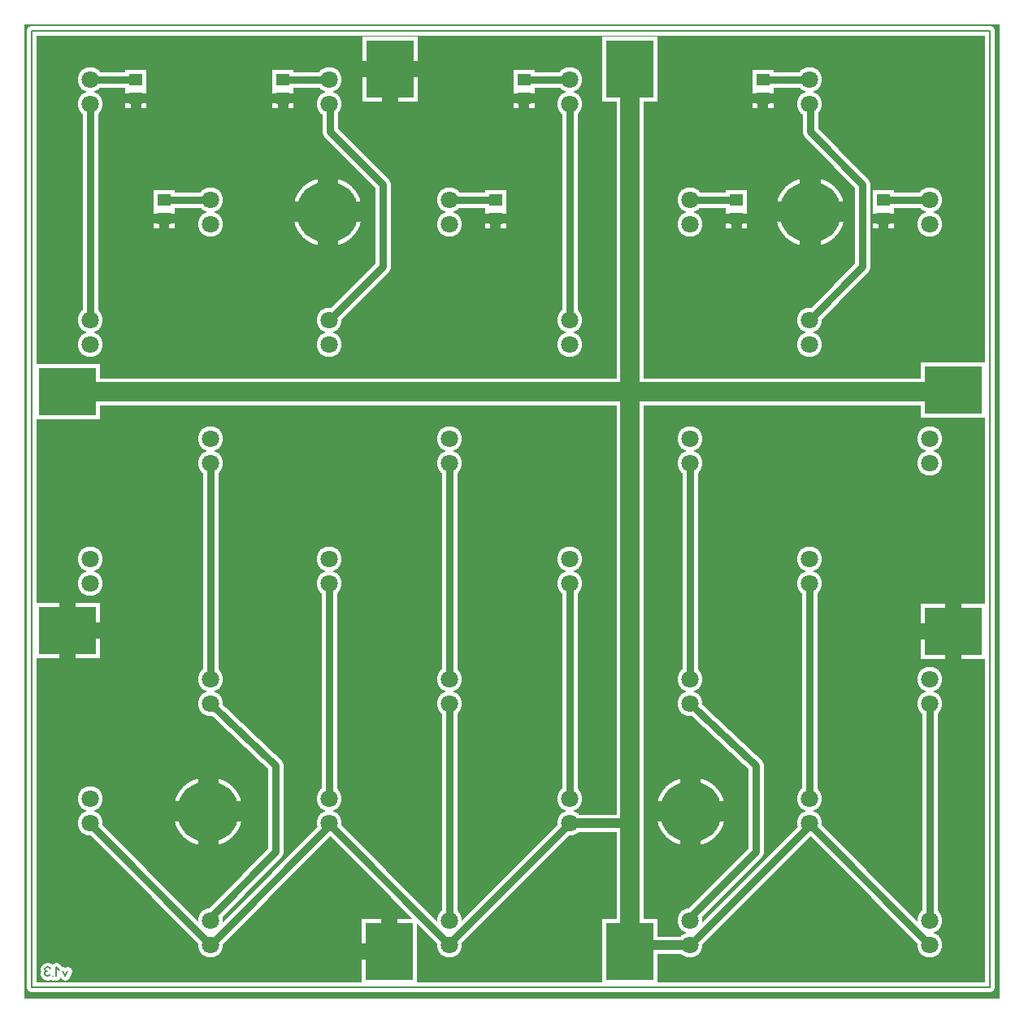
<source format=gbr>
%FSLAX34Y34*%
%MOMM*%
%LNCOPPER_BOTTOM*%
G71*
G01*
%ADD10R,2.200X2.100*%
%ADD11C,2.600*%
%ADD12R,6.800X5.800*%
%ADD13R,5.800X6.800*%
%ADD14C,1.600*%
%ADD15C,1.800*%
%ADD16C,2.800*%
%ADD17C,1.400*%
%ADD18C,1.000*%
%ADD19C,0.959*%
%ADD20C,7.200*%
%ADD21C,1.088*%
%ADD22C,1.700*%
%ADD23C,0.600*%
%ADD24C,2.133*%
%ADD25C,0.200*%
%ADD26R,1.400X1.300*%
%ADD27C,1.800*%
%ADD28R,6.000X5.000*%
%ADD29R,5.000X6.000*%
%ADD30C,0.800*%
%ADD31C,2.000*%
%ADD32C,0.600*%
%ADD33C,0.159*%
%ADD34C,6.400*%
%LPD*%
G36*
X-7541Y1003175D02*
X1008459Y1003175D01*
X1008459Y-11825D01*
X-7541Y-11825D01*
X-7541Y1003175D01*
G37*
%LPC*%
X261937Y926357D02*
G54D10*
D03*
X261937Y946151D02*
G54D10*
D03*
X435372Y571500D02*
G54D11*
D03*
X435372Y546100D02*
G54D11*
D03*
X686196Y571500D02*
G54D11*
D03*
X686196Y546100D02*
G54D11*
D03*
X935434Y571500D02*
G54D11*
D03*
X935434Y546100D02*
G54D11*
D03*
X186134Y571500D02*
G54D11*
D03*
X186134Y546100D02*
G54D11*
D03*
X435372Y320675D02*
G54D11*
D03*
X435372Y295275D02*
G54D11*
D03*
X686196Y320675D02*
G54D11*
D03*
X686196Y295275D02*
G54D11*
D03*
X935434Y320675D02*
G54D11*
D03*
X935434Y295275D02*
G54D11*
D03*
X186134Y320675D02*
G54D11*
D03*
X186134Y295275D02*
G54D11*
D03*
X435372Y69850D02*
G54D11*
D03*
X435372Y44450D02*
G54D11*
D03*
X686196Y69850D02*
G54D11*
D03*
X686196Y44450D02*
G54D11*
D03*
X935434Y69850D02*
G54D11*
D03*
X935434Y44450D02*
G54D11*
D03*
X186134Y69850D02*
G54D11*
D03*
X186134Y44450D02*
G54D11*
D03*
X309959Y196850D02*
G54D11*
D03*
X309959Y171450D02*
G54D11*
D03*
X560784Y196850D02*
G54D11*
D03*
X560784Y171450D02*
G54D11*
D03*
X810022Y196850D02*
G54D11*
D03*
X810022Y171450D02*
G54D11*
D03*
X60722Y196850D02*
G54D11*
D03*
X60722Y171450D02*
G54D11*
D03*
X309959Y446088D02*
G54D11*
D03*
X309959Y420688D02*
G54D11*
D03*
X560784Y446088D02*
G54D11*
D03*
X560784Y420688D02*
G54D11*
D03*
X810022Y446088D02*
G54D11*
D03*
X810022Y420688D02*
G54D11*
D03*
X60722Y446088D02*
G54D11*
D03*
X60722Y420688D02*
G54D11*
D03*
X309959Y695325D02*
G54D11*
D03*
X309959Y669925D02*
G54D11*
D03*
X560784Y695325D02*
G54D11*
D03*
X560784Y669925D02*
G54D11*
D03*
X810022Y695325D02*
G54D11*
D03*
X810022Y669925D02*
G54D11*
D03*
X60722Y695325D02*
G54D11*
D03*
X60722Y669925D02*
G54D11*
D03*
X435372Y820738D02*
G54D11*
D03*
X435372Y795338D02*
G54D11*
D03*
X686196Y820738D02*
G54D11*
D03*
X686196Y795338D02*
G54D11*
D03*
X935434Y820738D02*
G54D11*
D03*
X935434Y795338D02*
G54D11*
D03*
X186134Y820738D02*
G54D11*
D03*
X186134Y795338D02*
G54D11*
D03*
X309959Y946150D02*
G54D11*
D03*
X309959Y920750D02*
G54D11*
D03*
X560784Y946150D02*
G54D11*
D03*
X560784Y920750D02*
G54D11*
D03*
X810022Y946150D02*
G54D11*
D03*
X810022Y920750D02*
G54D11*
D03*
X60722Y946150D02*
G54D11*
D03*
X60722Y920750D02*
G54D11*
D03*
X37703Y620712D02*
G54D12*
D03*
X623490Y956469D02*
G54D13*
D03*
X960040Y622300D02*
G54D12*
D03*
X372666Y37306D02*
G54D13*
D03*
X623490Y37306D02*
G54D13*
D03*
X960040Y370681D02*
G54D12*
D03*
X37702Y371474D02*
G54D12*
D03*
X373458Y956467D02*
G54D13*
D03*
G54D14*
X309959Y946150D02*
X261937Y946151D01*
G54D15*
X686196Y44450D02*
X630634Y44450D01*
X623490Y37306D01*
G54D16*
X623490Y956469D02*
X623490Y37306D01*
G54D16*
X37703Y620712D02*
X958453Y620712D01*
X960040Y622300D01*
G54D14*
X60722Y920750D02*
X60722Y695325D01*
G54D14*
X560784Y920750D02*
X560784Y695325D01*
G54D14*
X810022Y420688D02*
X810022Y195262D01*
G54D14*
X935434Y295275D02*
X935434Y69850D01*
G54D14*
X686196Y546100D02*
X686196Y320675D01*
G54D14*
X435372Y546100D02*
X435372Y320675D01*
G54D14*
X435372Y295275D02*
X435372Y69850D01*
G54D14*
X309959Y420688D02*
X309959Y195262D01*
G54D14*
X186134Y546100D02*
X186134Y320675D01*
G54D14*
X560784Y420688D02*
X560784Y195262D01*
G54D14*
X309959Y695325D02*
X365522Y750888D01*
X365522Y836612D01*
X310753Y891381D01*
X310753Y919956D01*
X309959Y920750D01*
G54D14*
X810022Y695325D02*
X865584Y750888D01*
X865584Y836612D01*
X810815Y891381D01*
X810815Y919956D01*
X810022Y920750D01*
G54D14*
X186134Y69850D02*
X186134Y73025D01*
X254396Y141288D01*
X254396Y230981D01*
X186134Y295275D01*
G54D14*
X686196Y69850D02*
X686196Y73025D01*
X754459Y141288D01*
X754459Y230981D01*
X686196Y295275D01*
G54D14*
X309959Y171450D02*
X309959Y169862D01*
X435372Y44450D01*
X435372Y46038D01*
X560784Y171450D01*
G54D14*
X810022Y171450D02*
X810022Y169862D01*
X935434Y44450D01*
G54D14*
X810022Y171450D02*
X810022Y168275D01*
X686196Y44450D01*
G54D15*
X560784Y171450D02*
X621903Y171450D01*
X622696Y170656D01*
G54D14*
X309959Y171450D02*
X309959Y168275D01*
X186134Y44450D01*
G54D14*
X60722Y171450D02*
X60722Y169862D01*
X186134Y44450D01*
X362346Y946942D02*
G54D17*
D03*
X362346Y969167D02*
G54D17*
D03*
G54D18*
X0Y996156D02*
X998140Y996156D01*
X998140Y0D01*
X0Y0D01*
X0Y996156D01*
G54D19*
X37277Y17257D02*
X34610Y12257D01*
X31943Y17257D01*
G54D19*
X28833Y17813D02*
X25499Y21146D01*
X25499Y12257D01*
G54D19*
X22389Y12257D02*
X22389Y12257D01*
G54D19*
X19278Y19480D02*
X18611Y20591D01*
X17278Y21146D01*
X15944Y21146D01*
X14611Y20591D01*
X13944Y19480D01*
X13944Y18368D01*
X14611Y17257D01*
X15944Y16702D01*
X14611Y16146D01*
X13944Y15035D01*
X13944Y13924D01*
X14611Y12813D01*
X15944Y12257D01*
X17278Y12257D01*
X18611Y12813D01*
X19278Y13924D01*
X811117Y808133D02*
G54D20*
D03*
X835117Y808133D02*
G54D17*
D03*
X828088Y791162D02*
G54D17*
D03*
X811117Y784133D02*
G54D17*
D03*
X794146Y791162D02*
G54D17*
D03*
X787117Y808133D02*
G54D17*
D03*
X794146Y825104D02*
G54D17*
D03*
X811117Y832133D02*
G54D17*
D03*
X828088Y825104D02*
G54D17*
D03*
X308558Y808038D02*
G54D20*
D03*
X332558Y808038D02*
G54D17*
D03*
X325529Y791068D02*
G54D17*
D03*
X308558Y784038D02*
G54D17*
D03*
X291588Y791068D02*
G54D17*
D03*
X284558Y808038D02*
G54D17*
D03*
X291588Y825009D02*
G54D17*
D03*
X308558Y832038D02*
G54D17*
D03*
X325529Y825009D02*
G54D17*
D03*
X686612Y183149D02*
G54D20*
D03*
X710612Y183149D02*
G54D17*
D03*
X703583Y166179D02*
G54D17*
D03*
X686612Y159149D02*
G54D17*
D03*
X669642Y166179D02*
G54D17*
D03*
X662612Y183149D02*
G54D17*
D03*
X669642Y200120D02*
G54D17*
D03*
X686612Y207150D02*
G54D17*
D03*
X703583Y200120D02*
G54D17*
D03*
X184054Y183054D02*
G54D20*
D03*
X208054Y183054D02*
G54D17*
D03*
X201025Y166084D02*
G54D17*
D03*
X184054Y159054D02*
G54D17*
D03*
X167084Y166084D02*
G54D17*
D03*
X160054Y183054D02*
G54D17*
D03*
X167084Y200025D02*
G54D17*
D03*
X184054Y207054D02*
G54D17*
D03*
X201025Y200025D02*
G54D17*
D03*
X383380Y946942D02*
G54D17*
D03*
X383380Y969167D02*
G54D17*
D03*
X23415Y380602D02*
G54D17*
D03*
X45640Y380602D02*
G54D17*
D03*
X23415Y359568D02*
G54D17*
D03*
X45640Y359568D02*
G54D17*
D03*
X364331Y22225D02*
G54D17*
D03*
X364331Y44450D02*
G54D17*
D03*
X385366Y22225D02*
G54D17*
D03*
X385366Y44450D02*
G54D17*
D03*
X951309Y379015D02*
G54D17*
D03*
X973534Y379015D02*
G54D17*
D03*
X951309Y357981D02*
G54D17*
D03*
X973534Y357981D02*
G54D17*
D03*
X512762Y926357D02*
G54D10*
D03*
X512762Y946151D02*
G54D10*
D03*
G54D14*
X560784Y946150D02*
X512762Y946151D01*
X762000Y926357D02*
G54D10*
D03*
X762000Y946151D02*
G54D10*
D03*
G54D14*
X810022Y946150D02*
X762000Y946151D01*
X887412Y800944D02*
G54D10*
D03*
X887412Y820738D02*
G54D10*
D03*
G54D14*
X935434Y820738D02*
X887412Y820738D01*
X138112Y800944D02*
G54D10*
D03*
X138112Y820738D02*
G54D10*
D03*
G54D14*
X186134Y820738D02*
X138112Y820738D01*
X108743Y926357D02*
G54D10*
D03*
X108743Y946151D02*
G54D10*
D03*
G54D14*
X60722Y946150D02*
X108743Y946151D01*
X483393Y800945D02*
G54D10*
D03*
X483393Y820738D02*
G54D10*
D03*
G54D14*
X435372Y820738D02*
X483393Y820738D01*
X734218Y800945D02*
G54D10*
D03*
X734218Y820738D02*
G54D10*
D03*
G54D14*
X686196Y820738D02*
X734218Y820738D01*
%LPD*%
G54D21*
G36*
X261937Y920918D02*
X250437Y920918D01*
X250437Y931796D01*
X261937Y931796D01*
X261937Y920918D01*
G37*
G36*
X261937Y931796D02*
X273437Y931796D01*
X273437Y920918D01*
X261937Y920918D01*
X261937Y931796D01*
G37*
G36*
X267376Y926357D02*
X267376Y915357D01*
X256499Y915357D01*
X256499Y926357D01*
X267376Y926357D01*
G37*
G54D22*
G36*
X364166Y37306D02*
X364166Y71806D01*
X381166Y71806D01*
X381166Y37306D01*
X364166Y37306D01*
G37*
G36*
X372666Y28806D02*
X343166Y28806D01*
X343166Y45806D01*
X372666Y45806D01*
X372666Y28806D01*
G37*
G54D22*
G36*
X960040Y362181D02*
X925540Y362181D01*
X925540Y379181D01*
X960040Y379181D01*
X960040Y362181D01*
G37*
G36*
X951540Y370681D02*
X951540Y400181D01*
X968540Y400181D01*
X968540Y370681D01*
X951540Y370681D01*
G37*
G36*
X968540Y370681D02*
X968540Y341181D01*
X951540Y341181D01*
X951540Y370681D01*
X968540Y370681D01*
G37*
G54D22*
G36*
X37702Y379974D02*
X72202Y379974D01*
X72202Y362974D01*
X37702Y362974D01*
X37702Y379974D01*
G37*
G36*
X46202Y371474D02*
X46202Y341974D01*
X29202Y341974D01*
X29202Y371474D01*
X46202Y371474D01*
G37*
G36*
X29202Y371474D02*
X29202Y400974D01*
X46202Y400974D01*
X46202Y371474D01*
X29202Y371474D01*
G37*
G54D22*
G36*
X381958Y956467D02*
X381958Y921967D01*
X364958Y921967D01*
X364958Y956467D01*
X381958Y956467D01*
G37*
G36*
X373458Y947967D02*
X343958Y947967D01*
X343958Y964967D01*
X373458Y964967D01*
X373458Y947967D01*
G37*
G36*
X373458Y964967D02*
X402958Y964967D01*
X402958Y947967D01*
X373458Y947967D01*
X373458Y964967D01*
G37*
G54D23*
G36*
X359346Y946942D02*
X359346Y954442D01*
X365346Y954442D01*
X365346Y946942D01*
X359346Y946942D01*
G37*
G36*
X362346Y949942D02*
X369846Y949942D01*
X369846Y943942D01*
X362346Y943942D01*
X362346Y949942D01*
G37*
G36*
X365346Y946942D02*
X365346Y939442D01*
X359346Y939442D01*
X359346Y946942D01*
X365346Y946942D01*
G37*
G36*
X362346Y943942D02*
X354846Y943942D01*
X354846Y949942D01*
X362346Y949942D01*
X362346Y943942D01*
G37*
G54D23*
G36*
X359346Y969167D02*
X359346Y976667D01*
X365346Y976667D01*
X365346Y969167D01*
X359346Y969167D01*
G37*
G36*
X362346Y972167D02*
X369846Y972167D01*
X369846Y966167D01*
X362346Y966167D01*
X362346Y972167D01*
G37*
G36*
X365346Y969167D02*
X365346Y961667D01*
X359346Y961667D01*
X359346Y969167D01*
X365346Y969167D01*
G37*
G36*
X362346Y966167D02*
X354846Y966167D01*
X354846Y972167D01*
X362346Y972167D01*
X362346Y966167D01*
G37*
G54D24*
G36*
X800450Y808133D02*
X800450Y844633D01*
X821784Y844633D01*
X821784Y808133D01*
X800450Y808133D01*
G37*
G36*
X811117Y818800D02*
X847617Y818800D01*
X847617Y797466D01*
X811117Y797466D01*
X811117Y818800D01*
G37*
G36*
X821784Y808133D02*
X821784Y771633D01*
X800450Y771633D01*
X800450Y808133D01*
X821784Y808133D01*
G37*
G36*
X811117Y797466D02*
X774617Y797466D01*
X774617Y818800D01*
X811117Y818800D01*
X811117Y797466D01*
G37*
G54D25*
G36*
X834117Y808133D02*
X834117Y815633D01*
X836117Y815633D01*
X836117Y808133D01*
X834117Y808133D01*
G37*
G36*
X835117Y809133D02*
X842617Y809133D01*
X842617Y807133D01*
X835117Y807133D01*
X835117Y809133D01*
G37*
G36*
X836117Y808133D02*
X836117Y800633D01*
X834117Y800633D01*
X834117Y808133D01*
X836117Y808133D01*
G37*
G36*
X835117Y807133D02*
X827617Y807133D01*
X827617Y809133D01*
X835117Y809133D01*
X835117Y807133D01*
G37*
G54D25*
G36*
X827088Y791162D02*
X827088Y798662D01*
X829088Y798662D01*
X829088Y791162D01*
X827088Y791162D01*
G37*
G36*
X828088Y792162D02*
X835588Y792162D01*
X835588Y790162D01*
X828088Y790162D01*
X828088Y792162D01*
G37*
G36*
X829088Y791162D02*
X829088Y783662D01*
X827088Y783662D01*
X827088Y791162D01*
X829088Y791162D01*
G37*
G36*
X828088Y790162D02*
X820588Y790162D01*
X820588Y792162D01*
X828088Y792162D01*
X828088Y790162D01*
G37*
G54D25*
G36*
X810117Y784133D02*
X810117Y791633D01*
X812117Y791633D01*
X812117Y784133D01*
X810117Y784133D01*
G37*
G36*
X811117Y785133D02*
X818617Y785133D01*
X818617Y783133D01*
X811117Y783133D01*
X811117Y785133D01*
G37*
G36*
X812117Y784133D02*
X812117Y776633D01*
X810117Y776633D01*
X810117Y784133D01*
X812117Y784133D01*
G37*
G36*
X811117Y783133D02*
X803617Y783133D01*
X803617Y785133D01*
X811117Y785133D01*
X811117Y783133D01*
G37*
G54D25*
G36*
X793146Y791162D02*
X793146Y798662D01*
X795146Y798662D01*
X795146Y791162D01*
X793146Y791162D01*
G37*
G36*
X794146Y792162D02*
X801646Y792162D01*
X801646Y790162D01*
X794146Y790162D01*
X794146Y792162D01*
G37*
G36*
X795146Y791162D02*
X795146Y783662D01*
X793146Y783662D01*
X793146Y791162D01*
X795146Y791162D01*
G37*
G36*
X794146Y790162D02*
X786646Y790162D01*
X786646Y792162D01*
X794146Y792162D01*
X794146Y790162D01*
G37*
G54D25*
G36*
X786117Y808133D02*
X786117Y815633D01*
X788117Y815633D01*
X788117Y808133D01*
X786117Y808133D01*
G37*
G36*
X787117Y809133D02*
X794617Y809133D01*
X794617Y807133D01*
X787117Y807133D01*
X787117Y809133D01*
G37*
G36*
X788117Y808133D02*
X788117Y800633D01*
X786117Y800633D01*
X786117Y808133D01*
X788117Y808133D01*
G37*
G36*
X787117Y807133D02*
X779617Y807133D01*
X779617Y809133D01*
X787117Y809133D01*
X787117Y807133D01*
G37*
G54D25*
G36*
X793146Y825104D02*
X793146Y832604D01*
X795146Y832604D01*
X795146Y825104D01*
X793146Y825104D01*
G37*
G36*
X794146Y826104D02*
X801646Y826104D01*
X801646Y824104D01*
X794146Y824104D01*
X794146Y826104D01*
G37*
G36*
X795146Y825104D02*
X795146Y817604D01*
X793146Y817604D01*
X793146Y825104D01*
X795146Y825104D01*
G37*
G36*
X794146Y824104D02*
X786646Y824104D01*
X786646Y826104D01*
X794146Y826104D01*
X794146Y824104D01*
G37*
G54D25*
G36*
X810117Y832133D02*
X810117Y839633D01*
X812117Y839633D01*
X812117Y832133D01*
X810117Y832133D01*
G37*
G36*
X811117Y833133D02*
X818617Y833133D01*
X818617Y831133D01*
X811117Y831133D01*
X811117Y833133D01*
G37*
G36*
X812117Y832133D02*
X812117Y824633D01*
X810117Y824633D01*
X810117Y832133D01*
X812117Y832133D01*
G37*
G36*
X811117Y831133D02*
X803617Y831133D01*
X803617Y833133D01*
X811117Y833133D01*
X811117Y831133D01*
G37*
G54D25*
G36*
X827088Y825104D02*
X827088Y832604D01*
X829088Y832604D01*
X829088Y825104D01*
X827088Y825104D01*
G37*
G36*
X828088Y826104D02*
X835588Y826104D01*
X835588Y824104D01*
X828088Y824104D01*
X828088Y826104D01*
G37*
G36*
X829088Y825104D02*
X829088Y817604D01*
X827088Y817604D01*
X827088Y825104D01*
X829088Y825104D01*
G37*
G36*
X828088Y824104D02*
X820588Y824104D01*
X820588Y826104D01*
X828088Y826104D01*
X828088Y824104D01*
G37*
G54D24*
G36*
X297892Y808038D02*
X297892Y844538D01*
X319225Y844538D01*
X319225Y808038D01*
X297892Y808038D01*
G37*
G36*
X308558Y818705D02*
X345058Y818705D01*
X345058Y797371D01*
X308558Y797371D01*
X308558Y818705D01*
G37*
G36*
X319225Y808038D02*
X319225Y771538D01*
X297892Y771538D01*
X297892Y808038D01*
X319225Y808038D01*
G37*
G36*
X308558Y797371D02*
X272058Y797371D01*
X272058Y818705D01*
X308558Y818705D01*
X308558Y797371D01*
G37*
G54D25*
G36*
X331558Y808038D02*
X331558Y815538D01*
X333558Y815538D01*
X333558Y808038D01*
X331558Y808038D01*
G37*
G36*
X332558Y809038D02*
X340058Y809038D01*
X340058Y807038D01*
X332558Y807038D01*
X332558Y809038D01*
G37*
G36*
X333558Y808038D02*
X333558Y800538D01*
X331558Y800538D01*
X331558Y808038D01*
X333558Y808038D01*
G37*
G36*
X332558Y807038D02*
X325058Y807038D01*
X325058Y809038D01*
X332558Y809038D01*
X332558Y807038D01*
G37*
G54D25*
G36*
X324529Y791068D02*
X324529Y798568D01*
X326529Y798568D01*
X326529Y791068D01*
X324529Y791068D01*
G37*
G36*
X325529Y792068D02*
X333029Y792068D01*
X333029Y790068D01*
X325529Y790068D01*
X325529Y792068D01*
G37*
G36*
X326529Y791068D02*
X326529Y783568D01*
X324529Y783568D01*
X324529Y791068D01*
X326529Y791068D01*
G37*
G36*
X325529Y790068D02*
X318029Y790068D01*
X318029Y792068D01*
X325529Y792068D01*
X325529Y790068D01*
G37*
G54D25*
G36*
X307558Y784038D02*
X307558Y791538D01*
X309558Y791538D01*
X309558Y784038D01*
X307558Y784038D01*
G37*
G36*
X308558Y785038D02*
X316058Y785038D01*
X316058Y783038D01*
X308558Y783038D01*
X308558Y785038D01*
G37*
G36*
X309558Y784038D02*
X309558Y776538D01*
X307558Y776538D01*
X307558Y784038D01*
X309558Y784038D01*
G37*
G36*
X308558Y783038D02*
X301058Y783038D01*
X301058Y785038D01*
X308558Y785038D01*
X308558Y783038D01*
G37*
G54D25*
G36*
X290588Y791068D02*
X290588Y798568D01*
X292588Y798568D01*
X292588Y791068D01*
X290588Y791068D01*
G37*
G36*
X291588Y792068D02*
X299088Y792068D01*
X299088Y790068D01*
X291588Y790068D01*
X291588Y792068D01*
G37*
G36*
X292588Y791068D02*
X292588Y783568D01*
X290588Y783568D01*
X290588Y791068D01*
X292588Y791068D01*
G37*
G36*
X291588Y790068D02*
X284088Y790068D01*
X284088Y792068D01*
X291588Y792068D01*
X291588Y790068D01*
G37*
G54D25*
G36*
X283558Y808038D02*
X283558Y815538D01*
X285558Y815538D01*
X285558Y808038D01*
X283558Y808038D01*
G37*
G36*
X284558Y809038D02*
X292058Y809038D01*
X292058Y807038D01*
X284558Y807038D01*
X284558Y809038D01*
G37*
G36*
X285558Y808038D02*
X285558Y800538D01*
X283558Y800538D01*
X283558Y808038D01*
X285558Y808038D01*
G37*
G36*
X284558Y807038D02*
X277058Y807038D01*
X277058Y809038D01*
X284558Y809038D01*
X284558Y807038D01*
G37*
G54D25*
G36*
X290588Y825009D02*
X290588Y832509D01*
X292588Y832509D01*
X292588Y825009D01*
X290588Y825009D01*
G37*
G36*
X291588Y826009D02*
X299088Y826009D01*
X299088Y824009D01*
X291588Y824009D01*
X291588Y826009D01*
G37*
G36*
X292588Y825009D02*
X292588Y817509D01*
X290588Y817509D01*
X290588Y825009D01*
X292588Y825009D01*
G37*
G36*
X291588Y824009D02*
X284088Y824009D01*
X284088Y826009D01*
X291588Y826009D01*
X291588Y824009D01*
G37*
G54D25*
G36*
X307558Y832038D02*
X307558Y839538D01*
X309558Y839538D01*
X309558Y832038D01*
X307558Y832038D01*
G37*
G36*
X308558Y833038D02*
X316058Y833038D01*
X316058Y831038D01*
X308558Y831038D01*
X308558Y833038D01*
G37*
G36*
X309558Y832038D02*
X309558Y824538D01*
X307558Y824538D01*
X307558Y832038D01*
X309558Y832038D01*
G37*
G36*
X308558Y831038D02*
X301058Y831038D01*
X301058Y833038D01*
X308558Y833038D01*
X308558Y831038D01*
G37*
G54D25*
G36*
X324529Y825009D02*
X324529Y832509D01*
X326529Y832509D01*
X326529Y825009D01*
X324529Y825009D01*
G37*
G36*
X325529Y826009D02*
X333029Y826009D01*
X333029Y824009D01*
X325529Y824009D01*
X325529Y826009D01*
G37*
G36*
X326529Y825009D02*
X326529Y817509D01*
X324529Y817509D01*
X324529Y825009D01*
X326529Y825009D01*
G37*
G36*
X325529Y824009D02*
X318029Y824009D01*
X318029Y826009D01*
X325529Y826009D01*
X325529Y824009D01*
G37*
G54D24*
G36*
X675946Y183149D02*
X675946Y219649D01*
X697279Y219649D01*
X697279Y183149D01*
X675946Y183149D01*
G37*
G36*
X686612Y193816D02*
X723112Y193816D01*
X723112Y172483D01*
X686612Y172483D01*
X686612Y193816D01*
G37*
G36*
X697279Y183149D02*
X697279Y146649D01*
X675946Y146649D01*
X675946Y183149D01*
X697279Y183149D01*
G37*
G36*
X686612Y172483D02*
X650112Y172483D01*
X650112Y193816D01*
X686612Y193816D01*
X686612Y172483D01*
G37*
G54D25*
G36*
X709612Y183149D02*
X709612Y190649D01*
X711612Y190649D01*
X711612Y183149D01*
X709612Y183149D01*
G37*
G36*
X710612Y184149D02*
X718112Y184149D01*
X718112Y182149D01*
X710612Y182149D01*
X710612Y184149D01*
G37*
G36*
X711612Y183149D02*
X711612Y175649D01*
X709612Y175649D01*
X709612Y183149D01*
X711612Y183149D01*
G37*
G36*
X710612Y182149D02*
X703112Y182149D01*
X703112Y184149D01*
X710612Y184149D01*
X710612Y182149D01*
G37*
G54D25*
G36*
X702583Y166179D02*
X702583Y173679D01*
X704583Y173679D01*
X704583Y166179D01*
X702583Y166179D01*
G37*
G36*
X703583Y167179D02*
X711083Y167179D01*
X711083Y165179D01*
X703583Y165179D01*
X703583Y167179D01*
G37*
G36*
X704583Y166179D02*
X704583Y158679D01*
X702583Y158679D01*
X702583Y166179D01*
X704583Y166179D01*
G37*
G36*
X703583Y165179D02*
X696083Y165179D01*
X696083Y167179D01*
X703583Y167179D01*
X703583Y165179D01*
G37*
G54D25*
G36*
X685612Y159149D02*
X685612Y166649D01*
X687612Y166649D01*
X687612Y159149D01*
X685612Y159149D01*
G37*
G36*
X686612Y160149D02*
X694112Y160149D01*
X694112Y158149D01*
X686612Y158149D01*
X686612Y160149D01*
G37*
G36*
X687612Y159149D02*
X687612Y151649D01*
X685612Y151649D01*
X685612Y159149D01*
X687612Y159149D01*
G37*
G36*
X686612Y158149D02*
X679112Y158149D01*
X679112Y160149D01*
X686612Y160149D01*
X686612Y158149D01*
G37*
G54D25*
G36*
X668642Y166179D02*
X668642Y173679D01*
X670642Y173679D01*
X670642Y166179D01*
X668642Y166179D01*
G37*
G36*
X669642Y167179D02*
X677142Y167179D01*
X677142Y165179D01*
X669642Y165179D01*
X669642Y167179D01*
G37*
G36*
X670642Y166179D02*
X670642Y158679D01*
X668642Y158679D01*
X668642Y166179D01*
X670642Y166179D01*
G37*
G36*
X669642Y165179D02*
X662142Y165179D01*
X662142Y167179D01*
X669642Y167179D01*
X669642Y165179D01*
G37*
G54D25*
G36*
X661612Y183149D02*
X661612Y190649D01*
X663612Y190649D01*
X663612Y183149D01*
X661612Y183149D01*
G37*
G36*
X662612Y184149D02*
X670112Y184149D01*
X670112Y182149D01*
X662612Y182149D01*
X662612Y184149D01*
G37*
G36*
X663612Y183149D02*
X663612Y175649D01*
X661612Y175649D01*
X661612Y183149D01*
X663612Y183149D01*
G37*
G36*
X662612Y182149D02*
X655112Y182149D01*
X655112Y184149D01*
X662612Y184149D01*
X662612Y182149D01*
G37*
G54D25*
G36*
X668642Y200120D02*
X668642Y207620D01*
X670642Y207620D01*
X670642Y200120D01*
X668642Y200120D01*
G37*
G36*
X669642Y201120D02*
X677142Y201120D01*
X677142Y199120D01*
X669642Y199120D01*
X669642Y201120D01*
G37*
G36*
X670642Y200120D02*
X670642Y192620D01*
X668642Y192620D01*
X668642Y200120D01*
X670642Y200120D01*
G37*
G36*
X669642Y199120D02*
X662142Y199120D01*
X662142Y201120D01*
X669642Y201120D01*
X669642Y199120D01*
G37*
G54D25*
G36*
X685612Y207150D02*
X685612Y214650D01*
X687612Y214650D01*
X687612Y207150D01*
X685612Y207150D01*
G37*
G36*
X686612Y208150D02*
X694112Y208150D01*
X694112Y206150D01*
X686612Y206150D01*
X686612Y208150D01*
G37*
G36*
X687612Y207150D02*
X687612Y199650D01*
X685612Y199650D01*
X685612Y207150D01*
X687612Y207150D01*
G37*
G36*
X686612Y206150D02*
X679112Y206150D01*
X679112Y208150D01*
X686612Y208150D01*
X686612Y206150D01*
G37*
G54D25*
G36*
X702583Y200120D02*
X702583Y207620D01*
X704583Y207620D01*
X704583Y200120D01*
X702583Y200120D01*
G37*
G36*
X703583Y201120D02*
X711083Y201120D01*
X711083Y199120D01*
X703583Y199120D01*
X703583Y201120D01*
G37*
G36*
X704583Y200120D02*
X704583Y192620D01*
X702583Y192620D01*
X702583Y200120D01*
X704583Y200120D01*
G37*
G36*
X703583Y199120D02*
X696083Y199120D01*
X696083Y201120D01*
X703583Y201120D01*
X703583Y199120D01*
G37*
G54D24*
G36*
X173387Y183054D02*
X173387Y219554D01*
X194721Y219554D01*
X194721Y183054D01*
X173387Y183054D01*
G37*
G36*
X184054Y193721D02*
X220554Y193721D01*
X220554Y172388D01*
X184054Y172388D01*
X184054Y193721D01*
G37*
G36*
X194721Y183054D02*
X194721Y146554D01*
X173387Y146554D01*
X173387Y183054D01*
X194721Y183054D01*
G37*
G36*
X184054Y172388D02*
X147554Y172388D01*
X147554Y193721D01*
X184054Y193721D01*
X184054Y172388D01*
G37*
G54D25*
G36*
X207054Y183054D02*
X207054Y190554D01*
X209054Y190554D01*
X209054Y183054D01*
X207054Y183054D01*
G37*
G36*
X208054Y184054D02*
X215554Y184054D01*
X215554Y182054D01*
X208054Y182054D01*
X208054Y184054D01*
G37*
G36*
X209054Y183054D02*
X209054Y175554D01*
X207054Y175554D01*
X207054Y183054D01*
X209054Y183054D01*
G37*
G36*
X208054Y182054D02*
X200554Y182054D01*
X200554Y184054D01*
X208054Y184054D01*
X208054Y182054D01*
G37*
G54D25*
G36*
X200025Y166084D02*
X200025Y173584D01*
X202025Y173584D01*
X202025Y166084D01*
X200025Y166084D01*
G37*
G36*
X201025Y167084D02*
X208525Y167084D01*
X208525Y165084D01*
X201025Y165084D01*
X201025Y167084D01*
G37*
G36*
X202025Y166084D02*
X202025Y158584D01*
X200025Y158584D01*
X200025Y166084D01*
X202025Y166084D01*
G37*
G36*
X201025Y165084D02*
X193525Y165084D01*
X193525Y167084D01*
X201025Y167084D01*
X201025Y165084D01*
G37*
G54D25*
G36*
X183054Y159054D02*
X183054Y166554D01*
X185054Y166554D01*
X185054Y159054D01*
X183054Y159054D01*
G37*
G36*
X184054Y160054D02*
X191554Y160054D01*
X191554Y158054D01*
X184054Y158054D01*
X184054Y160054D01*
G37*
G36*
X185054Y159054D02*
X185054Y151554D01*
X183054Y151554D01*
X183054Y159054D01*
X185054Y159054D01*
G37*
G36*
X184054Y158054D02*
X176554Y158054D01*
X176554Y160054D01*
X184054Y160054D01*
X184054Y158054D01*
G37*
G54D25*
G36*
X166084Y166084D02*
X166084Y173584D01*
X168084Y173584D01*
X168084Y166084D01*
X166084Y166084D01*
G37*
G36*
X167084Y167084D02*
X174584Y167084D01*
X174584Y165084D01*
X167084Y165084D01*
X167084Y167084D01*
G37*
G36*
X168084Y166084D02*
X168084Y158584D01*
X166084Y158584D01*
X166084Y166084D01*
X168084Y166084D01*
G37*
G36*
X167084Y165084D02*
X159584Y165084D01*
X159584Y167084D01*
X167084Y167084D01*
X167084Y165084D01*
G37*
G54D25*
G36*
X159054Y183054D02*
X159054Y190554D01*
X161054Y190554D01*
X161054Y183054D01*
X159054Y183054D01*
G37*
G36*
X160054Y184054D02*
X167554Y184054D01*
X167554Y182054D01*
X160054Y182054D01*
X160054Y184054D01*
G37*
G36*
X161054Y183054D02*
X161054Y175554D01*
X159054Y175554D01*
X159054Y183054D01*
X161054Y183054D01*
G37*
G36*
X160054Y182054D02*
X152554Y182054D01*
X152554Y184054D01*
X160054Y184054D01*
X160054Y182054D01*
G37*
G54D25*
G36*
X166084Y200025D02*
X166084Y207525D01*
X168084Y207525D01*
X168084Y200025D01*
X166084Y200025D01*
G37*
G36*
X167084Y201025D02*
X174584Y201025D01*
X174584Y199025D01*
X167084Y199025D01*
X167084Y201025D01*
G37*
G36*
X168084Y200025D02*
X168084Y192525D01*
X166084Y192525D01*
X166084Y200025D01*
X168084Y200025D01*
G37*
G36*
X167084Y199025D02*
X159584Y199025D01*
X159584Y201025D01*
X167084Y201025D01*
X167084Y199025D01*
G37*
G54D25*
G36*
X183054Y207054D02*
X183054Y214554D01*
X185054Y214554D01*
X185054Y207054D01*
X183054Y207054D01*
G37*
G36*
X184054Y208054D02*
X191554Y208054D01*
X191554Y206054D01*
X184054Y206054D01*
X184054Y208054D01*
G37*
G36*
X185054Y207054D02*
X185054Y199554D01*
X183054Y199554D01*
X183054Y207054D01*
X185054Y207054D01*
G37*
G36*
X184054Y206054D02*
X176554Y206054D01*
X176554Y208054D01*
X184054Y208054D01*
X184054Y206054D01*
G37*
G54D25*
G36*
X200025Y200025D02*
X200025Y207525D01*
X202025Y207525D01*
X202025Y200025D01*
X200025Y200025D01*
G37*
G36*
X201025Y201025D02*
X208525Y201025D01*
X208525Y199025D01*
X201025Y199025D01*
X201025Y201025D01*
G37*
G36*
X202025Y200025D02*
X202025Y192525D01*
X200025Y192525D01*
X200025Y200025D01*
X202025Y200025D01*
G37*
G36*
X201025Y199025D02*
X193525Y199025D01*
X193525Y201025D01*
X201025Y201025D01*
X201025Y199025D01*
G37*
G54D23*
G36*
X380380Y946942D02*
X380380Y954442D01*
X386380Y954442D01*
X386380Y946942D01*
X380380Y946942D01*
G37*
G36*
X383380Y949942D02*
X390880Y949942D01*
X390880Y943942D01*
X383380Y943942D01*
X383380Y949942D01*
G37*
G36*
X386380Y946942D02*
X386380Y939442D01*
X380380Y939442D01*
X380380Y946942D01*
X386380Y946942D01*
G37*
G36*
X383380Y943942D02*
X375880Y943942D01*
X375880Y949942D01*
X383380Y949942D01*
X383380Y943942D01*
G37*
G54D23*
G36*
X380380Y969167D02*
X380380Y976667D01*
X386380Y976667D01*
X386380Y969167D01*
X380380Y969167D01*
G37*
G36*
X383380Y972167D02*
X390880Y972167D01*
X390880Y966167D01*
X383380Y966167D01*
X383380Y972167D01*
G37*
G36*
X386380Y969167D02*
X386380Y961667D01*
X380380Y961667D01*
X380380Y969167D01*
X386380Y969167D01*
G37*
G36*
X383380Y966167D02*
X375880Y966167D01*
X375880Y972167D01*
X383380Y972167D01*
X383380Y966167D01*
G37*
G54D23*
G36*
X23415Y383602D02*
X30915Y383602D01*
X30915Y377602D01*
X23415Y377602D01*
X23415Y383602D01*
G37*
G36*
X26415Y380602D02*
X26415Y373102D01*
X20415Y373102D01*
X20415Y380602D01*
X26415Y380602D01*
G37*
G36*
X23415Y377602D02*
X15915Y377602D01*
X15915Y383602D01*
X23415Y383602D01*
X23415Y377602D01*
G37*
G36*
X20415Y380602D02*
X20415Y388102D01*
X26415Y388102D01*
X26415Y380602D01*
X20415Y380602D01*
G37*
G54D23*
G36*
X45640Y383602D02*
X53140Y383602D01*
X53140Y377602D01*
X45640Y377602D01*
X45640Y383602D01*
G37*
G36*
X48640Y380602D02*
X48640Y373102D01*
X42640Y373102D01*
X42640Y380602D01*
X48640Y380602D01*
G37*
G36*
X45640Y377602D02*
X38140Y377602D01*
X38140Y383602D01*
X45640Y383602D01*
X45640Y377602D01*
G37*
G36*
X42640Y380602D02*
X42640Y388102D01*
X48640Y388102D01*
X48640Y380602D01*
X42640Y380602D01*
G37*
G54D23*
G36*
X23415Y362568D02*
X30915Y362568D01*
X30915Y356568D01*
X23415Y356568D01*
X23415Y362568D01*
G37*
G36*
X26415Y359568D02*
X26415Y352068D01*
X20415Y352068D01*
X20415Y359568D01*
X26415Y359568D01*
G37*
G36*
X23415Y356568D02*
X15915Y356568D01*
X15915Y362568D01*
X23415Y362568D01*
X23415Y356568D01*
G37*
G36*
X20415Y359568D02*
X20415Y367068D01*
X26415Y367068D01*
X26415Y359568D01*
X20415Y359568D01*
G37*
G54D23*
G36*
X45640Y362568D02*
X53140Y362568D01*
X53140Y356568D01*
X45640Y356568D01*
X45640Y362568D01*
G37*
G36*
X48640Y359568D02*
X48640Y352068D01*
X42640Y352068D01*
X42640Y359568D01*
X48640Y359568D01*
G37*
G36*
X45640Y356568D02*
X38140Y356568D01*
X38140Y362568D01*
X45640Y362568D01*
X45640Y356568D01*
G37*
G36*
X42640Y359568D02*
X42640Y367068D01*
X48640Y367068D01*
X48640Y359568D01*
X42640Y359568D01*
G37*
G54D23*
G36*
X361331Y22225D02*
X361331Y29725D01*
X367331Y29725D01*
X367331Y22225D01*
X361331Y22225D01*
G37*
G36*
X364331Y25225D02*
X371831Y25225D01*
X371831Y19225D01*
X364331Y19225D01*
X364331Y25225D01*
G37*
G36*
X367331Y22225D02*
X367331Y14725D01*
X361331Y14725D01*
X361331Y22225D01*
X367331Y22225D01*
G37*
G36*
X364331Y19225D02*
X356831Y19225D01*
X356831Y25225D01*
X364331Y25225D01*
X364331Y19225D01*
G37*
G54D23*
G36*
X361331Y44450D02*
X361331Y51950D01*
X367331Y51950D01*
X367331Y44450D01*
X361331Y44450D01*
G37*
G36*
X364331Y47450D02*
X371831Y47450D01*
X371831Y41450D01*
X364331Y41450D01*
X364331Y47450D01*
G37*
G36*
X367331Y44450D02*
X367331Y36950D01*
X361331Y36950D01*
X361331Y44450D01*
X367331Y44450D01*
G37*
G36*
X364331Y41450D02*
X356831Y41450D01*
X356831Y47450D01*
X364331Y47450D01*
X364331Y41450D01*
G37*
G54D23*
G36*
X382366Y22225D02*
X382366Y29725D01*
X388366Y29725D01*
X388366Y22225D01*
X382366Y22225D01*
G37*
G36*
X385366Y25225D02*
X392866Y25225D01*
X392866Y19225D01*
X385366Y19225D01*
X385366Y25225D01*
G37*
G36*
X388366Y22225D02*
X388366Y14725D01*
X382366Y14725D01*
X382366Y22225D01*
X388366Y22225D01*
G37*
G36*
X385366Y19225D02*
X377866Y19225D01*
X377866Y25225D01*
X385366Y25225D01*
X385366Y19225D01*
G37*
G54D23*
G36*
X382366Y44450D02*
X382366Y51950D01*
X388366Y51950D01*
X388366Y44450D01*
X382366Y44450D01*
G37*
G36*
X385366Y47450D02*
X392866Y47450D01*
X392866Y41450D01*
X385366Y41450D01*
X385366Y47450D01*
G37*
G36*
X388366Y44450D02*
X388366Y36950D01*
X382366Y36950D01*
X382366Y44450D01*
X388366Y44450D01*
G37*
G36*
X385366Y41450D02*
X377866Y41450D01*
X377866Y47450D01*
X385366Y47450D01*
X385366Y41450D01*
G37*
G54D23*
G36*
X951309Y382015D02*
X958809Y382015D01*
X958809Y376015D01*
X951309Y376015D01*
X951309Y382015D01*
G37*
G36*
X954309Y379015D02*
X954309Y371515D01*
X948309Y371515D01*
X948309Y379015D01*
X954309Y379015D01*
G37*
G36*
X951309Y376015D02*
X943809Y376015D01*
X943809Y382015D01*
X951309Y382015D01*
X951309Y376015D01*
G37*
G36*
X948309Y379015D02*
X948309Y386515D01*
X954309Y386515D01*
X954309Y379015D01*
X948309Y379015D01*
G37*
G54D23*
G36*
X973534Y382015D02*
X981034Y382015D01*
X981034Y376015D01*
X973534Y376015D01*
X973534Y382015D01*
G37*
G36*
X976534Y379015D02*
X976534Y371515D01*
X970534Y371515D01*
X970534Y379015D01*
X976534Y379015D01*
G37*
G36*
X973534Y376015D02*
X966034Y376015D01*
X966034Y382015D01*
X973534Y382015D01*
X973534Y376015D01*
G37*
G36*
X970534Y379015D02*
X970534Y386515D01*
X976534Y386515D01*
X976534Y379015D01*
X970534Y379015D01*
G37*
G54D23*
G36*
X951309Y360981D02*
X958809Y360981D01*
X958809Y354981D01*
X951309Y354981D01*
X951309Y360981D01*
G37*
G36*
X954309Y357981D02*
X954309Y350481D01*
X948309Y350481D01*
X948309Y357981D01*
X954309Y357981D01*
G37*
G36*
X951309Y354981D02*
X943809Y354981D01*
X943809Y360981D01*
X951309Y360981D01*
X951309Y354981D01*
G37*
G36*
X948309Y357981D02*
X948309Y365481D01*
X954309Y365481D01*
X954309Y357981D01*
X948309Y357981D01*
G37*
G54D23*
G36*
X973534Y360981D02*
X981034Y360981D01*
X981034Y354981D01*
X973534Y354981D01*
X973534Y360981D01*
G37*
G36*
X976534Y357981D02*
X976534Y350481D01*
X970534Y350481D01*
X970534Y357981D01*
X976534Y357981D01*
G37*
G36*
X973534Y354981D02*
X966034Y354981D01*
X966034Y360981D01*
X973534Y360981D01*
X973534Y354981D01*
G37*
G36*
X970534Y357981D02*
X970534Y365481D01*
X976534Y365481D01*
X976534Y357981D01*
X970534Y357981D01*
G37*
G54D21*
G36*
X512762Y920918D02*
X501262Y920918D01*
X501262Y931796D01*
X512762Y931796D01*
X512762Y920918D01*
G37*
G36*
X512762Y931796D02*
X524262Y931796D01*
X524262Y920918D01*
X512762Y920918D01*
X512762Y931796D01*
G37*
G36*
X518201Y926357D02*
X518201Y915357D01*
X507324Y915357D01*
X507324Y926357D01*
X518201Y926357D01*
G37*
G54D21*
G36*
X762000Y920918D02*
X750500Y920918D01*
X750500Y931796D01*
X762000Y931796D01*
X762000Y920918D01*
G37*
G36*
X762000Y931796D02*
X773500Y931796D01*
X773500Y920918D01*
X762000Y920918D01*
X762000Y931796D01*
G37*
G36*
X767438Y926357D02*
X767438Y915357D01*
X756561Y915357D01*
X756561Y926357D01*
X767438Y926357D01*
G37*
G54D21*
G36*
X887412Y795506D02*
X875912Y795506D01*
X875912Y806383D01*
X887412Y806383D01*
X887412Y795506D01*
G37*
G36*
X887412Y806383D02*
X898912Y806383D01*
X898912Y795506D01*
X887412Y795506D01*
X887412Y806383D01*
G37*
G36*
X892851Y800944D02*
X892851Y789944D01*
X881974Y789944D01*
X881974Y800944D01*
X892851Y800944D01*
G37*
G54D21*
G36*
X138112Y795506D02*
X126612Y795506D01*
X126612Y806383D01*
X138112Y806383D01*
X138112Y795506D01*
G37*
G36*
X138112Y806383D02*
X149612Y806383D01*
X149612Y795506D01*
X138112Y795506D01*
X138112Y806383D01*
G37*
G36*
X143551Y800944D02*
X143551Y789944D01*
X132674Y789944D01*
X132674Y800944D01*
X143551Y800944D01*
G37*
G54D21*
G36*
X108743Y920919D02*
X97243Y920919D01*
X97243Y931796D01*
X108743Y931796D01*
X108743Y920919D01*
G37*
G36*
X108743Y931796D02*
X120243Y931796D01*
X120243Y920919D01*
X108743Y920919D01*
X108743Y931796D01*
G37*
G36*
X114182Y926357D02*
X114182Y915357D01*
X103305Y915357D01*
X103305Y926357D01*
X114182Y926357D01*
G37*
G54D21*
G36*
X483393Y795506D02*
X471893Y795506D01*
X471893Y806383D01*
X483393Y806383D01*
X483393Y795506D01*
G37*
G36*
X483393Y806383D02*
X494893Y806383D01*
X494893Y795506D01*
X483393Y795506D01*
X483393Y806383D01*
G37*
G36*
X488832Y800945D02*
X488832Y789945D01*
X477955Y789945D01*
X477955Y800945D01*
X488832Y800945D01*
G37*
G54D21*
G36*
X734218Y795506D02*
X722718Y795506D01*
X722718Y806383D01*
X734218Y806383D01*
X734218Y795506D01*
G37*
G36*
X734218Y806383D02*
X745718Y806383D01*
X745718Y795506D01*
X734218Y795506D01*
X734218Y806383D01*
G37*
G36*
X739657Y800945D02*
X739657Y789945D01*
X728780Y789945D01*
X728780Y800945D01*
X739657Y800945D01*
G37*
X261937Y926357D02*
G54D26*
D03*
X261937Y946151D02*
G54D26*
D03*
X435372Y571500D02*
G54D27*
D03*
X435372Y546100D02*
G54D27*
D03*
X686196Y571500D02*
G54D27*
D03*
X686196Y546100D02*
G54D27*
D03*
X935434Y571500D02*
G54D27*
D03*
X935434Y546100D02*
G54D27*
D03*
X186134Y571500D02*
G54D27*
D03*
X186134Y546100D02*
G54D27*
D03*
X435372Y320675D02*
G54D27*
D03*
X435372Y295275D02*
G54D27*
D03*
X686196Y320675D02*
G54D27*
D03*
X686196Y295275D02*
G54D27*
D03*
X935434Y320675D02*
G54D27*
D03*
X935434Y295275D02*
G54D27*
D03*
X186134Y320675D02*
G54D27*
D03*
X186134Y295275D02*
G54D27*
D03*
X435372Y69850D02*
G54D27*
D03*
X435372Y44450D02*
G54D27*
D03*
X686196Y69850D02*
G54D27*
D03*
X686196Y44450D02*
G54D27*
D03*
X935434Y69850D02*
G54D27*
D03*
X935434Y44450D02*
G54D27*
D03*
X186134Y69850D02*
G54D27*
D03*
X186134Y44450D02*
G54D27*
D03*
X309959Y196850D02*
G54D27*
D03*
X309959Y171450D02*
G54D27*
D03*
X560784Y196850D02*
G54D27*
D03*
X560784Y171450D02*
G54D27*
D03*
X810022Y196850D02*
G54D27*
D03*
X810022Y171450D02*
G54D27*
D03*
X60722Y196850D02*
G54D27*
D03*
X60722Y171450D02*
G54D27*
D03*
X309959Y446088D02*
G54D27*
D03*
X309959Y420688D02*
G54D27*
D03*
X560784Y446088D02*
G54D27*
D03*
X560784Y420688D02*
G54D27*
D03*
X810022Y446088D02*
G54D27*
D03*
X810022Y420688D02*
G54D27*
D03*
X60722Y446088D02*
G54D27*
D03*
X60722Y420688D02*
G54D27*
D03*
X309959Y695325D02*
G54D27*
D03*
X309959Y669925D02*
G54D27*
D03*
X560784Y695325D02*
G54D27*
D03*
X560784Y669925D02*
G54D27*
D03*
X810022Y695325D02*
G54D27*
D03*
X810022Y669925D02*
G54D27*
D03*
X60722Y695325D02*
G54D27*
D03*
X60722Y669925D02*
G54D27*
D03*
X435372Y820738D02*
G54D27*
D03*
X435372Y795338D02*
G54D27*
D03*
X686196Y820738D02*
G54D27*
D03*
X686196Y795338D02*
G54D27*
D03*
X935434Y820738D02*
G54D27*
D03*
X935434Y795338D02*
G54D27*
D03*
X186134Y820738D02*
G54D27*
D03*
X186134Y795338D02*
G54D27*
D03*
X309959Y946150D02*
G54D27*
D03*
X309959Y920750D02*
G54D27*
D03*
X560784Y946150D02*
G54D27*
D03*
X560784Y920750D02*
G54D27*
D03*
X810022Y946150D02*
G54D27*
D03*
X810022Y920750D02*
G54D27*
D03*
X60722Y946150D02*
G54D27*
D03*
X60722Y920750D02*
G54D27*
D03*
X37703Y620712D02*
G54D28*
D03*
X623490Y956469D02*
G54D29*
D03*
X960040Y622300D02*
G54D28*
D03*
X372666Y37306D02*
G54D29*
D03*
X623490Y37306D02*
G54D29*
D03*
X960040Y370681D02*
G54D28*
D03*
X37702Y371474D02*
G54D28*
D03*
X373458Y956467D02*
G54D29*
D03*
G54D30*
X309959Y946150D02*
X261937Y946151D01*
G54D18*
X686196Y44450D02*
X630634Y44450D01*
X623490Y37306D01*
G54D31*
X623490Y956469D02*
X623490Y37306D01*
G54D31*
X37703Y620712D02*
X958453Y620712D01*
X960040Y622300D01*
G54D30*
X60722Y920750D02*
X60722Y695325D01*
G54D30*
X560784Y920750D02*
X560784Y695325D01*
G54D30*
X810022Y420688D02*
X810022Y195262D01*
G54D30*
X935434Y295275D02*
X935434Y69850D01*
G54D30*
X686196Y546100D02*
X686196Y320675D01*
G54D30*
X435372Y546100D02*
X435372Y320675D01*
G54D30*
X435372Y295275D02*
X435372Y69850D01*
G54D30*
X309959Y420688D02*
X309959Y195262D01*
G54D30*
X186134Y546100D02*
X186134Y320675D01*
G54D30*
X560784Y420688D02*
X560784Y195262D01*
G54D30*
X309959Y695325D02*
X365522Y750888D01*
X365522Y836612D01*
X310753Y891381D01*
X310753Y919956D01*
X309959Y920750D01*
G54D30*
X810022Y695325D02*
X865584Y750888D01*
X865584Y836612D01*
X810815Y891381D01*
X810815Y919956D01*
X810022Y920750D01*
G54D30*
X186134Y69850D02*
X186134Y73025D01*
X254396Y141288D01*
X254396Y230981D01*
X186134Y295275D01*
G54D30*
X686196Y69850D02*
X686196Y73025D01*
X754459Y141288D01*
X754459Y230981D01*
X686196Y295275D01*
G54D30*
X309959Y171450D02*
X309959Y169862D01*
X435372Y44450D01*
X435372Y46038D01*
X560784Y171450D01*
G54D30*
X810022Y171450D02*
X810022Y169862D01*
X935434Y44450D01*
G54D30*
X810022Y171450D02*
X810022Y168275D01*
X686196Y44450D01*
G54D18*
X560784Y171450D02*
X621903Y171450D01*
X622696Y170656D01*
G54D30*
X309959Y171450D02*
X309959Y168275D01*
X186134Y44450D01*
G54D30*
X60722Y171450D02*
X60722Y169862D01*
X186134Y44450D01*
X362346Y946942D02*
G54D32*
D03*
X362346Y969167D02*
G54D32*
D03*
G54D25*
X0Y996156D02*
X998140Y996156D01*
X998140Y0D01*
X0Y0D01*
X0Y996156D01*
G54D33*
X37277Y17257D02*
X34610Y12257D01*
X31943Y17257D01*
G54D33*
X28833Y17813D02*
X25499Y21146D01*
X25499Y12257D01*
G54D33*
X22389Y12257D02*
X22389Y12257D01*
G54D33*
X19278Y19480D02*
X18611Y20591D01*
X17278Y21146D01*
X15944Y21146D01*
X14611Y20591D01*
X13944Y19480D01*
X13944Y18368D01*
X14611Y17257D01*
X15944Y16702D01*
X14611Y16146D01*
X13944Y15035D01*
X13944Y13924D01*
X14611Y12813D01*
X15944Y12257D01*
X17278Y12257D01*
X18611Y12813D01*
X19278Y13924D01*
X811117Y808133D02*
G54D34*
D03*
X835117Y808133D02*
G54D32*
D03*
X828088Y791162D02*
G54D32*
D03*
X811117Y784133D02*
G54D32*
D03*
X794146Y791162D02*
G54D32*
D03*
X787117Y808133D02*
G54D32*
D03*
X794146Y825104D02*
G54D32*
D03*
X811117Y832133D02*
G54D32*
D03*
X828088Y825104D02*
G54D32*
D03*
X308558Y808038D02*
G54D34*
D03*
X332558Y808038D02*
G54D32*
D03*
X325529Y791068D02*
G54D32*
D03*
X308558Y784038D02*
G54D32*
D03*
X291588Y791068D02*
G54D32*
D03*
X284558Y808038D02*
G54D32*
D03*
X291588Y825009D02*
G54D32*
D03*
X308558Y832038D02*
G54D32*
D03*
X325529Y825009D02*
G54D32*
D03*
X686612Y183149D02*
G54D34*
D03*
X710612Y183149D02*
G54D32*
D03*
X703583Y166179D02*
G54D32*
D03*
X686612Y159149D02*
G54D32*
D03*
X669642Y166179D02*
G54D32*
D03*
X662612Y183149D02*
G54D32*
D03*
X669642Y200120D02*
G54D32*
D03*
X686612Y207150D02*
G54D32*
D03*
X703583Y200120D02*
G54D32*
D03*
X184054Y183054D02*
G54D34*
D03*
X208054Y183054D02*
G54D32*
D03*
X201025Y166084D02*
G54D32*
D03*
X184054Y159054D02*
G54D32*
D03*
X167084Y166084D02*
G54D32*
D03*
X160054Y183054D02*
G54D32*
D03*
X167084Y200025D02*
G54D32*
D03*
X184054Y207054D02*
G54D32*
D03*
X201025Y200025D02*
G54D32*
D03*
X383380Y946942D02*
G54D32*
D03*
X383380Y969167D02*
G54D32*
D03*
X23415Y380602D02*
G54D32*
D03*
X45640Y380602D02*
G54D32*
D03*
X23415Y359568D02*
G54D32*
D03*
X45640Y359568D02*
G54D32*
D03*
X364331Y22225D02*
G54D32*
D03*
X364331Y44450D02*
G54D32*
D03*
X385366Y22225D02*
G54D32*
D03*
X385366Y44450D02*
G54D32*
D03*
X951309Y379015D02*
G54D32*
D03*
X973534Y379015D02*
G54D32*
D03*
X951309Y357981D02*
G54D32*
D03*
X973534Y357981D02*
G54D32*
D03*
X512762Y926357D02*
G54D26*
D03*
X512762Y946151D02*
G54D26*
D03*
G54D30*
X560784Y946150D02*
X512762Y946151D01*
X762000Y926357D02*
G54D26*
D03*
X762000Y946151D02*
G54D26*
D03*
G54D30*
X810022Y946150D02*
X762000Y946151D01*
X887412Y800944D02*
G54D26*
D03*
X887412Y820738D02*
G54D26*
D03*
G54D30*
X935434Y820738D02*
X887412Y820738D01*
X138112Y800944D02*
G54D26*
D03*
X138112Y820738D02*
G54D26*
D03*
G54D30*
X186134Y820738D02*
X138112Y820738D01*
X108743Y926357D02*
G54D26*
D03*
X108743Y946151D02*
G54D26*
D03*
G54D30*
X60722Y946150D02*
X108743Y946151D01*
X483393Y800945D02*
G54D26*
D03*
X483393Y820738D02*
G54D26*
D03*
G54D30*
X435372Y820738D02*
X483393Y820738D01*
X734218Y800945D02*
G54D26*
D03*
X734218Y820738D02*
G54D26*
D03*
G54D30*
X686196Y820738D02*
X734218Y820738D01*
M02*

</source>
